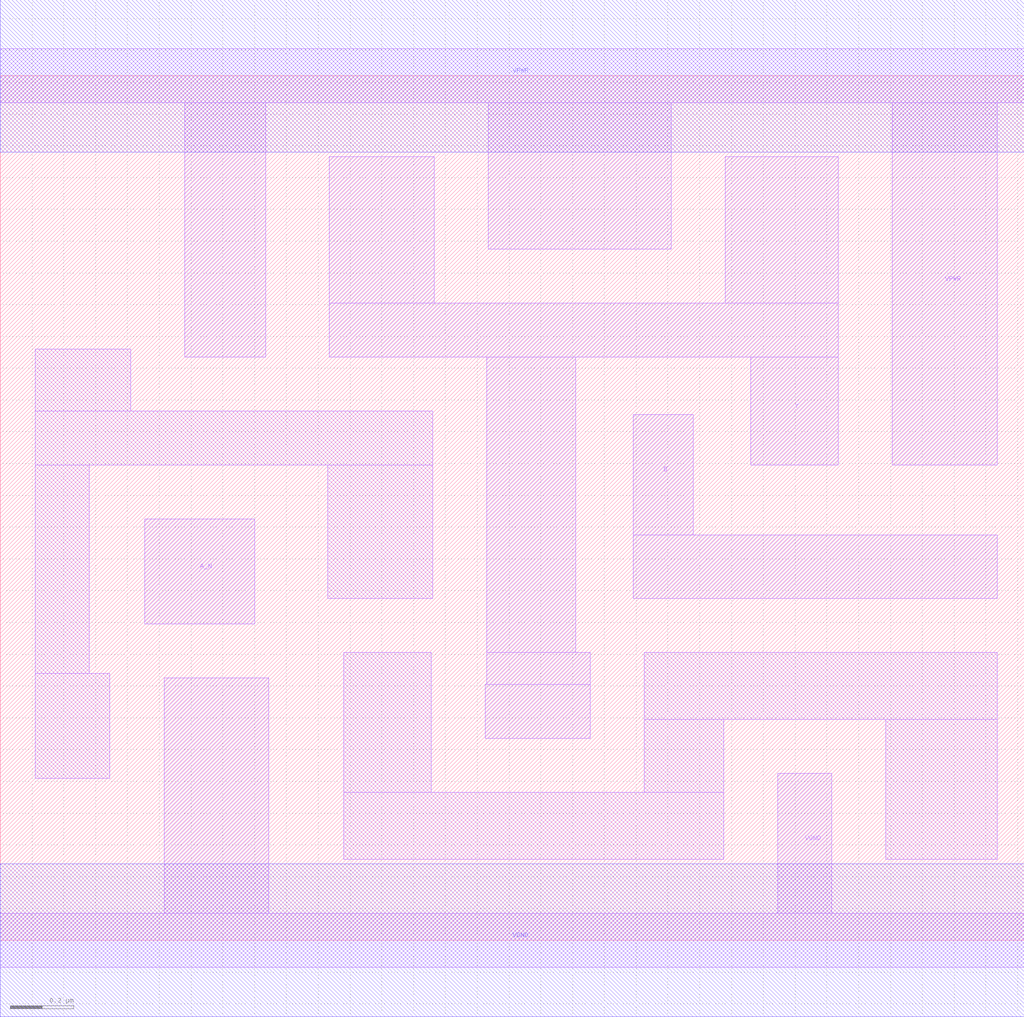
<source format=lef>
# Copyright 2020 The SkyWater PDK Authors
#
# Licensed under the Apache License, Version 2.0 (the "License");
# you may not use this file except in compliance with the License.
# You may obtain a copy of the License at
#
#     https://www.apache.org/licenses/LICENSE-2.0
#
# Unless required by applicable law or agreed to in writing, software
# distributed under the License is distributed on an "AS IS" BASIS,
# WITHOUT WARRANTIES OR CONDITIONS OF ANY KIND, either express or implied.
# See the License for the specific language governing permissions and
# limitations under the License.
#
# SPDX-License-Identifier: Apache-2.0

VERSION 5.5 ;
NAMESCASESENSITIVE ON ;
BUSBITCHARS "[]" ;
DIVIDERCHAR "/" ;
MACRO sky130_fd_sc_hd__nand2b_2
  CLASS CORE ;
  SOURCE USER ;
  ORIGIN  0.000000  0.000000 ;
  SIZE  3.220000 BY  2.720000 ;
  SYMMETRY X Y R90 ;
  SITE unithd ;
  PIN A_N
    ANTENNAGATEAREA  0.126000 ;
    DIRECTION INPUT ;
    USE SIGNAL ;
    PORT
      LAYER li1 ;
        RECT 0.455000 0.995000 0.800000 1.325000 ;
    END
  END A_N
  PIN B
    ANTENNAGATEAREA  0.495000 ;
    DIRECTION INPUT ;
    USE SIGNAL ;
    PORT
      LAYER li1 ;
        RECT 1.990000 1.075000 3.135000 1.275000 ;
        RECT 1.990000 1.275000 2.180000 1.655000 ;
    END
  END B
  PIN Y
    ANTENNADIFFAREA  0.775500 ;
    DIRECTION OUTPUT ;
    USE SIGNAL ;
    PORT
      LAYER li1 ;
        RECT 1.035000 1.835000 2.635000 2.005000 ;
        RECT 1.035000 2.005000 1.365000 2.465000 ;
        RECT 1.525000 0.635000 1.855000 0.805000 ;
        RECT 1.530000 0.805000 1.855000 0.905000 ;
        RECT 1.530000 0.905000 1.810000 1.835000 ;
        RECT 2.280000 2.005000 2.635000 2.465000 ;
        RECT 2.360000 1.495000 2.635000 1.835000 ;
    END
  END Y
  PIN VGND
    DIRECTION INOUT ;
    SHAPE ABUTMENT ;
    USE GROUND ;
    PORT
      LAYER li1 ;
        RECT 0.000000 -0.085000 3.220000 0.085000 ;
        RECT 0.515000  0.085000 0.845000 0.825000 ;
        RECT 2.445000  0.085000 2.615000 0.525000 ;
    END
    PORT
      LAYER met1 ;
        RECT 0.000000 -0.240000 3.220000 0.240000 ;
    END
  END VGND
  PIN VPWR
    DIRECTION INOUT ;
    SHAPE ABUTMENT ;
    USE POWER ;
    PORT
      LAYER li1 ;
        RECT 0.000000 2.635000 3.220000 2.805000 ;
        RECT 0.580000 1.835000 0.835000 2.635000 ;
        RECT 1.535000 2.175000 2.110000 2.635000 ;
        RECT 2.805000 1.495000 3.135000 2.635000 ;
    END
    PORT
      LAYER met1 ;
        RECT 0.000000 2.480000 3.220000 2.960000 ;
    END
  END VPWR
  OBS
    LAYER li1 ;
      RECT 0.110000 0.510000 0.345000 0.840000 ;
      RECT 0.110000 0.840000 0.280000 1.495000 ;
      RECT 0.110000 1.495000 1.360000 1.665000 ;
      RECT 0.110000 1.665000 0.410000 1.860000 ;
      RECT 1.030000 1.075000 1.360000 1.495000 ;
      RECT 1.080000 0.255000 2.275000 0.465000 ;
      RECT 1.080000 0.465000 1.355000 0.905000 ;
      RECT 2.025000 0.465000 2.275000 0.695000 ;
      RECT 2.025000 0.695000 3.135000 0.905000 ;
      RECT 2.785000 0.255000 3.135000 0.695000 ;
  END
END sky130_fd_sc_hd__nand2b_2

</source>
